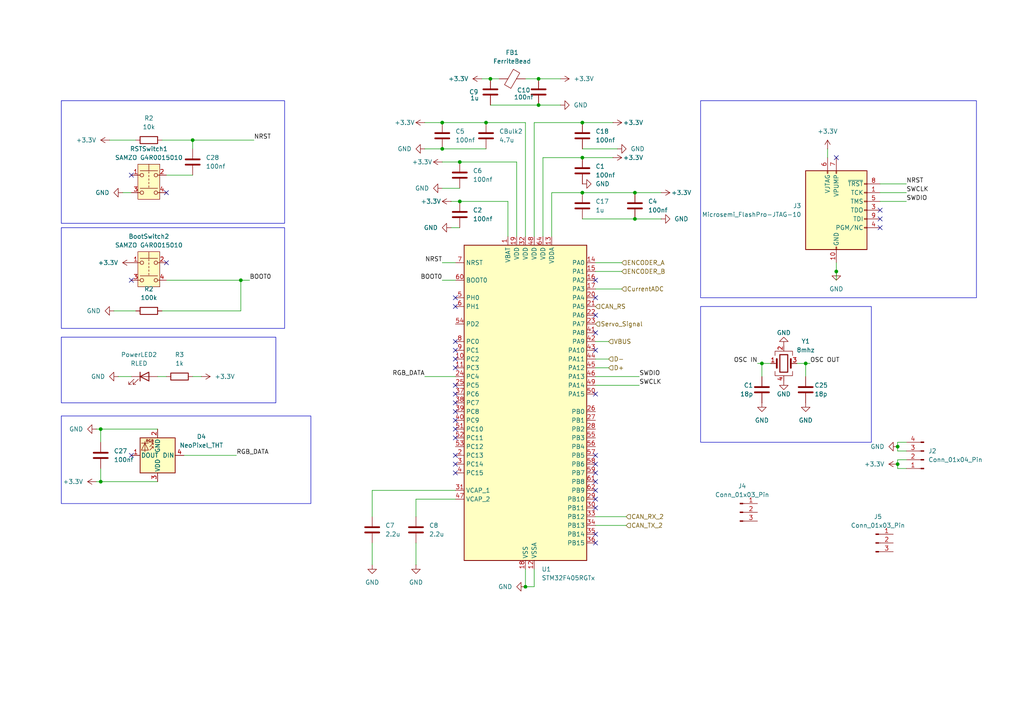
<source format=kicad_sch>
(kicad_sch (version 20250114) (generator "eeschema") (generator_version "9.0")
  (paper "A4")
  (lib_symbols
    (symbol "Connector:Conn_01x03_Pin" (pin_names (offset 1.016) (hide yes))
      (property "Reference" "J" (at 0 5.08 0))
      (property "Value" "Conn_01x03_Pin" (at 0 -5.08 0))
      (symbol "Conn_01x03_Pin_1_1"
        (rectangle (start 0.8636 2.667) (end 0 2.413) (stroke (width 0.1524)) (fill (type outline)))
        (rectangle (start 0.8636 0.127) (end 0 -0.127) (stroke (width 0.1524)) (fill (type outline)))
        (rectangle (start 0.8636 -2.413) (end 0 -2.667) (stroke (width 0.1524)) (fill (type outline)))
        (polyline (pts (xy 1.27 2.54) (xy 0.8636 2.54)) (stroke (width 0.1524)))
        (polyline (pts (xy 1.27 0) (xy 0.8636 0)) (stroke (width 0.1524)))
        (polyline (pts (xy 1.27 -2.54) (xy 0.8636 -2.54)) (stroke (width 0.1524)))
        (pin passive line (at 5.08 2.54 180) (length 3.81) (name "Pin_1") (number "1"))
        (pin passive line (at 5.08 0 180) (length 3.81) (name "Pin_2") (number "2"))
        (pin passive line (at 5.08 -2.54 180) (length 3.81) (name "Pin_3") (number "3"))
      )
    )
    (symbol "Connector:Conn_01x04_Pin" (pin_names (offset 1.016) (hide yes))
      (property "Reference" "J" (at 0 5.08 0))
      (property "Value" "Conn_01x04_Pin" (at 0 -7.62 0))
      (symbol "Conn_01x04_Pin_1_1"
        (rectangle (start 0.8636 2.667) (end 0 2.413) (stroke (width 0.1524)) (fill (type outline)))
        (rectangle (start 0.8636 0.127) (end 0 -0.127) (stroke (width 0.1524)) (fill (type outline)))
        (rectangle (start 0.8636 -2.413) (end 0 -2.667) (stroke (width 0.1524)) (fill (type outline)))
        (rectangle (start 0.8636 -4.953) (end 0 -5.207) (stroke (width 0.1524)) (fill (type outline)))
        (polyline (pts (xy 1.27 2.54) (xy 0.8636 2.54)) (stroke (width 0.1524)))
        (polyline (pts (xy 1.27 0) (xy 0.8636 0)) (stroke (width 0.1524)))
        (polyline (pts (xy 1.27 -2.54) (xy 0.8636 -2.54)) (stroke (width 0.1524)))
        (polyline (pts (xy 1.27 -5.08) (xy 0.8636 -5.08)) (stroke (width 0.1524)))
        (pin passive line (at 5.08 2.54 180) (length 3.81) (name "Pin_1") (number "1"))
        (pin passive line (at 5.08 0 180) (length 3.81) (name "Pin_2") (number "2"))
        (pin passive line (at 5.08 -2.54 180) (length 3.81) (name "Pin_3") (number "3"))
        (pin passive line (at 5.08 -5.08 180) (length 3.81) (name "Pin_4") (number "4"))
      )
    )
    (symbol "Connector:Microsemi_FlashPro-JTAG-10" (pin_names (offset 1.016))
      (property "Reference" "J" (at 4.445 12.7 0))
      (property "Value" "Microsemi_FlashPro-JTAG-10" (at 2.54 -12.7 0))
      (symbol "Microsemi_FlashPro-JTAG-10_0_1"
        (rectangle (start -2.667 11.43) (end -2.413 10.668))
        (rectangle (start -0.127 11.43) (end 0.127 10.668))
        (rectangle (start -0.127 -10.668) (end 0.127 -11.43))
        (rectangle (start 8.89 11.43) (end -8.89 -11.43) (stroke (width 0.254)) (fill (type background)))
        (rectangle (start 8.89 7.747) (end 8.128 7.493))
        (rectangle (start 8.89 5.207) (end 8.128 4.953))
        (rectangle (start 8.89 2.667) (end 8.128 2.413))
        (rectangle (start 8.89 0.127) (end 8.128 -0.127))
        (rectangle (start 8.89 -2.413) (end 8.128 -2.667))
        (rectangle (start 8.89 -4.953) (end 8.128 -5.207))
      )
      (symbol "Microsemi_FlashPro-JTAG-10_1_1"
        (pin power_in line (at -2.54 15.24 270) (length 3.81) (name "VJTAG") (number "6"))
        (pin power_out line (at 0 15.24 270) (length 3.81) (name "VPUMP") (number "7"))
        (pin power_in line (at 0 -15.24 90) (length 3.81) (name "GND") (number "10"))
        (pin passive line (at 0 -15.24 90) (length 3.81) (hide yes) (name "GND") (number "2"))
        (pin passive line (at 12.7 7.62 180) (length 3.81) (name "~{TRST}") (number "8"))
        (pin passive line (at 12.7 5.08 180) (length 3.81) (name "TCK") (number "1"))
        (pin passive line (at 12.7 2.54 180) (length 3.81) (name "TMS") (number "5"))
        (pin passive line (at 12.7 0 180) (length 3.81) (name "TDO") (number "3"))
        (pin passive line (at 12.7 -2.54 180) (length 3.81) (name "TDI") (number "9"))
        (pin passive line (at 12.7 -5.08 180) (length 3.81) (name "PGM/NC") (number "4"))
      )
    )
    (symbol "Device:C" (pin_numbers (hide yes)) (pin_names (offset 0.254))
      (property "Reference" "C" (at 0.635 2.54 0))
      (property "Value" "C" (at 0.635 -2.54 0))
      (symbol "C_0_1"
        (polyline (pts (xy -2.032 0.762) (xy 2.032 0.762)) (stroke (width 0.508)))
        (polyline (pts (xy -2.032 -0.762) (xy 2.032 -0.762)) (stroke (width 0.508)))
      )
      (symbol "C_1_1"
        (pin passive line (at 0 3.81 270) (length 2.794) (name "~") (number "1"))
        (pin passive line (at 0 -3.81 90) (length 2.794) (name "~") (number "2"))
      )
    )
    (symbol "Device:Crystal_GND24" (pin_names (offset 1.016) (hide yes))
      (property "Reference" "Y" (at 3.175 5.08 0))
      (property "Value" "Crystal_GND24" (at 3.175 3.175 0))
      (symbol "Crystal_GND24_0_1"
        (polyline (pts (xy -2.54 2.286) (xy -2.54 3.556) (xy 2.54 3.556) (xy 2.54 2.286)))
        (polyline (pts (xy -2.54 0) (xy -2.032 0)))
        (polyline (pts (xy -2.54 -2.286) (xy -2.54 -3.556) (xy 2.54 -3.556) (xy 2.54 -2.286)))
        (polyline (pts (xy -2.032 -1.27) (xy -2.032 1.27)) (stroke (width 0.508)))
        (rectangle (start -1.143 2.54) (end 1.143 -2.54) (stroke (width 0.3048)))
        (polyline (pts (xy 0 3.556) (xy 0 3.81)))
        (polyline (pts (xy 0 -3.81) (xy 0 -3.556)))
        (polyline (pts (xy 2.032 0) (xy 2.54 0)))
        (polyline (pts (xy 2.032 -1.27) (xy 2.032 1.27)) (stroke (width 0.508)))
      )
      (symbol "Crystal_GND24_1_1"
        (pin passive line (at -3.81 0 0) (length 1.27) (name "1") (number "1"))
        (pin passive line (at 0 5.08 270) (length 1.27) (name "2") (number "2"))
        (pin passive line (at 0 -5.08 90) (length 1.27) (name "4") (number "4"))
        (pin passive line (at 3.81 0 180) (length 1.27) (name "3") (number "3"))
      )
    )
    (symbol "Device:FerriteBead" (pin_numbers (hide yes)) (pin_names (offset 0))
      (property "Reference" "FB" (at -3.81 0.635 90))
      (property "Value" "FerriteBead" (at 3.81 0 90))
      (symbol "FerriteBead_0_1"
        (polyline (pts (xy -2.7686 0.4064) (xy -1.7018 2.2606) (xy 2.7686 -0.3048) (xy 1.6764 -2.159) (xy -2.7686 0.4064)))
        (polyline (pts (xy 0 1.27) (xy 0 1.2954)))
        (polyline (pts (xy 0 -1.27) (xy 0 -1.2192)))
      )
      (symbol "FerriteBead_1_1"
        (pin passive line (at 0 3.81 270) (length 2.54) (name "~") (number "1"))
        (pin passive line (at 0 -3.81 90) (length 2.54) (name "~") (number "2"))
      )
    )
    (symbol "Device:LED" (pin_numbers (hide yes)) (pin_names (offset 1.016) (hide yes))
      (property "Reference" "D" (at 0 2.54 0))
      (property "Value" "LED" (at 0 -2.54 0))
      (symbol "LED_0_1"
        (polyline (pts (xy -3.048 -0.762) (xy -4.572 -2.286) (xy -3.81 -2.286) (xy -4.572 -2.286) (xy -4.572 -1.524)))
        (polyline (pts (xy -1.778 -0.762) (xy -3.302 -2.286) (xy -2.54 -2.286) (xy -3.302 -2.286) (xy -3.302 -1.524)))
        (polyline (pts (xy -1.27 0) (xy 1.27 0)))
        (polyline (pts (xy -1.27 -1.27) (xy -1.27 1.27)) (stroke (width 0.254)))
        (polyline (pts (xy 1.27 -1.27) (xy 1.27 1.27) (xy -1.27 0) (xy 1.27 -1.27)) (stroke (width 0.254)))
      )
      (symbol "LED_1_1"
        (pin passive line (at -3.81 0 0) (length 2.54) (name "K") (number "1"))
        (pin passive line (at 3.81 0 180) (length 2.54) (name "A") (number "2"))
      )
    )
    (symbol "Device:R" (pin_numbers (hide yes)) (pin_names (offset 0))
      (property "Reference" "R" (at 2.032 0 90))
      (property "Value" "R" (at 0 0 90))
      (symbol "R_0_1"
        (rectangle (start -1.016 -2.54) (end 1.016 2.54) (stroke (width 0.254)))
      )
      (symbol "R_1_1"
        (pin passive line (at 0 3.81 270) (length 1.27) (name "~") (number "1"))
        (pin passive line (at 0 -3.81 90) (length 1.27) (name "~") (number "2"))
      )
    )
    (symbol "LED:NeoPixel_THT" (pin_names (offset 0.254))
      (property "Reference" "D" (at 5.08 5.715 0))
      (property "Value" "NeoPixel_THT" (at 1.27 -5.715 0))
      (symbol "NeoPixel_THT_0_0"
        (text "RGB" (at 2.286 -4.191 0) (effects (font (size 0.762 0.762))))
      )
      (symbol "NeoPixel_THT_0_1"
        (polyline (pts (xy 1.27 -2.54) (xy 1.778 -2.54)))
        (polyline (pts (xy 1.27 -3.556) (xy 1.778 -3.556)))
        (polyline (pts (xy 2.286 -1.524) (xy 1.27 -2.54) (xy 1.27 -2.032)))
        (polyline (pts (xy 2.286 -2.54) (xy 1.27 -3.556) (xy 1.27 -3.048)))
        (polyline (pts (xy 3.683 -1.016) (xy 3.683 -3.556) (xy 3.683 -4.064)))
        (polyline (pts (xy 4.699 -1.524) (xy 2.667 -1.524) (xy 3.683 -3.556) (xy 4.699 -1.524)))
        (polyline (pts (xy 4.699 -3.556) (xy 2.667 -3.556)))
        (rectangle (start 5.08 5.08) (end -5.08 -5.08) (stroke (width 0.254)) (fill (type background)))
      )
      (symbol "NeoPixel_THT_1_1"
        (pin input line (at -7.62 0 0) (length 2.54) (name "DIN") (number "4"))
        (pin power_in line (at 0 7.62 270) (length 2.54) (name "VDD") (number "3"))
        (pin power_in line (at 0 -7.62 90) (length 2.54) (name "GND") (number "2"))
        (pin output line (at 7.62 0 180) (length 2.54) (name "DOUT") (number "1"))
      )
    )
    (symbol "MCU_ST_STM32F4:STM32F405RGTx"
      (property "Reference" "U" (at -17.78 46.99 0))
      (property "Value" "STM32F405RGTx" (at 10.16 46.99 0))
      (symbol "STM32F405RGTx_0_1"
        (rectangle (start -17.78 -45.72) (end 17.78 45.72) (stroke (width 0.254)) (fill (type background)))
      )
      (symbol "STM32F405RGTx_1_1"
        (pin input line (at -20.32 40.64 0) (length 2.54) (name "NRST") (number "7"))
        (pin input line (at -20.32 35.56 0) (length 2.54) (name "BOOT0") (number "60"))
        (pin bidirectional line (at -20.32 30.48 0) (length 2.54) (name "PH0") (number "5"))
        (pin bidirectional line (at -20.32 27.94 0) (length 2.54) (name "PH1") (number "6"))
        (pin bidirectional line (at -20.32 22.86 0) (length 2.54) (name "PD2") (number "54"))
        (pin bidirectional line (at -20.32 17.78 0) (length 2.54) (name "PC0") (number "8"))
        (pin bidirectional line (at -20.32 15.24 0) (length 2.54) (name "PC1") (number "9"))
        (pin bidirectional line (at -20.32 12.7 0) (length 2.54) (name "PC2") (number "10"))
        (pin bidirectional line (at -20.32 10.16 0) (length 2.54) (name "PC3") (number "11"))
        (pin bidirectional line (at -20.32 7.62 0) (length 2.54) (name "PC4") (number "24"))
        (pin bidirectional line (at -20.32 5.08 0) (length 2.54) (name "PC5") (number "25"))
        (pin bidirectional line (at -20.32 2.54 0) (length 2.54) (name "PC6") (number "37"))
        (pin bidirectional line (at -20.32 0 0) (length 2.54) (name "PC7") (number "38"))
        (pin bidirectional line (at -20.32 -2.54 0) (length 2.54) (name "PC8") (number "39"))
        (pin bidirectional line (at -20.32 -5.08 0) (length 2.54) (name "PC9") (number "40"))
        (pin bidirectional line (at -20.32 -7.62 0) (length 2.54) (name "PC10") (number "51"))
        (pin bidirectional line (at -20.32 -10.16 0) (length 2.54) (name "PC11") (number "52"))
        (pin bidirectional line (at -20.32 -12.7 0) (length 2.54) (name "PC12") (number "53"))
        (pin bidirectional line (at -20.32 -15.24 0) (length 2.54) (name "PC13") (number "2"))
        (pin bidirectional line (at -20.32 -17.78 0) (length 2.54) (name "PC14") (number "3"))
        (pin bidirectional line (at -20.32 -20.32 0) (length 2.54) (name "PC15") (number "4"))
        (pin power_out line (at -20.32 -25.4 0) (length 2.54) (name "VCAP_1") (number "31"))
        (pin power_out line (at -20.32 -27.94 0) (length 2.54) (name "VCAP_2") (number "47"))
        (pin power_in line (at -5.08 48.26 270) (length 2.54) (name "VBAT") (number "1"))
        (pin power_in line (at -2.54 48.26 270) (length 2.54) (name "VDD") (number "19"))
        (pin power_in line (at 0 48.26 270) (length 2.54) (name "VDD") (number "32"))
        (pin power_in line (at 0 -48.26 90) (length 2.54) (name "VSS") (number "18"))
        (pin passive line (at 0 -48.26 90) (length 2.54) (hide yes) (name "VSS") (number "63"))
        (pin power_in line (at 2.54 48.26 270) (length 2.54) (name "VDD") (number "48"))
        (pin power_in line (at 2.54 -48.26 90) (length 2.54) (name "VSSA") (number "12"))
        (pin power_in line (at 5.08 48.26 270) (length 2.54) (name "VDD") (number "64"))
        (pin power_in line (at 7.62 48.26 270) (length 2.54) (name "VDDA") (number "13"))
        (pin bidirectional line (at 20.32 40.64 180) (length 2.54) (name "PA0") (number "14"))
        (pin bidirectional line (at 20.32 38.1 180) (length 2.54) (name "PA1") (number "15"))
        (pin bidirectional line (at 20.32 35.56 180) (length 2.54) (name "PA2") (number "16"))
        (pin bidirectional line (at 20.32 33.02 180) (length 2.54) (name "PA3") (number "17"))
        (pin bidirectional line (at 20.32 30.48 180) (length 2.54) (name "PA4") (number "20"))
        (pin bidirectional line (at 20.32 27.94 180) (length 2.54) (name "PA5") (number "21"))
        (pin bidirectional line (at 20.32 25.4 180) (length 2.54) (name "PA6") (number "22"))
        (pin bidirectional line (at 20.32 22.86 180) (length 2.54) (name "PA7") (number "23"))
        (pin bidirectional line (at 20.32 20.32 180) (length 2.54) (name "PA8") (number "41"))
        (pin bidirectional line (at 20.32 17.78 180) (length 2.54) (name "PA9") (number "42"))
        (pin bidirectional line (at 20.32 15.24 180) (length 2.54) (name "PA10") (number "43"))
        (pin bidirectional line (at 20.32 12.7 180) (length 2.54) (name "PA11") (number "44"))
        (pin bidirectional line (at 20.32 10.16 180) (length 2.54) (name "PA12") (number "45"))
        (pin bidirectional line (at 20.32 7.62 180) (length 2.54) (name "PA13") (number "46"))
        (pin bidirectional line (at 20.32 5.08 180) (length 2.54) (name "PA14") (number "49"))
        (pin bidirectional line (at 20.32 2.54 180) (length 2.54) (name "PA15") (number "50"))
        (pin bidirectional line (at 20.32 -2.54 180) (length 2.54) (name "PB0") (number "26"))
        (pin bidirectional line (at 20.32 -5.08 180) (length 2.54) (name "PB1") (number "27"))
        (pin bidirectional line (at 20.32 -7.62 180) (length 2.54) (name "PB2") (number "28"))
        (pin bidirectional line (at 20.32 -10.16 180) (length 2.54) (name "PB3") (number "55"))
        (pin bidirectional line (at 20.32 -12.7 180) (length 2.54) (name "PB4") (number "56"))
        (pin bidirectional line (at 20.32 -15.24 180) (length 2.54) (name "PB5") (number "57"))
        (pin bidirectional line (at 20.32 -17.78 180) (length 2.54) (name "PB6") (number "58"))
        (pin bidirectional line (at 20.32 -20.32 180) (length 2.54) (name "PB7") (number "59"))
        (pin bidirectional line (at 20.32 -22.86 180) (length 2.54) (name "PB8") (number "61"))
        (pin bidirectional line (at 20.32 -25.4 180) (length 2.54) (name "PB9") (number "62"))
        (pin bidirectional line (at 20.32 -27.94 180) (length 2.54) (name "PB10") (number "29"))
        (pin bidirectional line (at 20.32 -30.48 180) (length 2.54) (name "PB11") (number "30"))
        (pin bidirectional line (at 20.32 -33.02 180) (length 2.54) (name "PB12") (number "33"))
        (pin bidirectional line (at 20.32 -35.56 180) (length 2.54) (name "PB13") (number "34"))
        (pin bidirectional line (at 20.32 -38.1 180) (length 2.54) (name "PB14") (number "35"))
        (pin bidirectional line (at 20.32 -40.64 180) (length 2.54) (name "PB15") (number "36"))
      )
    )
    (symbol "Switch:SW_Push_Dual" (pin_names (offset 1.016) (hide yes))
      (property "Reference" "SW" (at 0 7.62 0))
      (property "Value" "SW_Push_Dual" (at 0 -6.35 0))
      (symbol "SW_Push_Dual_0_1"
        (circle (center -2.032 2.54) (radius 0.508))
        (circle (center -2.032 -2.54) (radius 0.508))
        (polyline (pts (xy 0 3.81) (xy 0 5.588)))
        (polyline (pts (xy 0 3.048) (xy 0 3.556)))
        (polyline (pts (xy 0 2.032) (xy 0 2.54)))
        (polyline (pts (xy 0 1.016) (xy 0 1.524)))
        (polyline (pts (xy 0 0.508) (xy 0 0)))
        (polyline (pts (xy 0 -0.508) (xy 0 -1.016)))
        (circle (center 2.032 2.54) (radius 0.508))
        (circle (center 2.032 -2.54) (radius 0.508))
        (polyline (pts (xy 2.54 3.81) (xy -2.54 3.81)))
        (polyline (pts (xy 2.54 -1.27) (xy -2.54 -1.27)))
        (pin passive line (at -5.08 2.54 0) (length 2.54) (name "1") (number "1"))
        (pin passive line (at -5.08 -2.54 0) (length 2.54) (name "3") (number "3"))
        (pin passive line (at 5.08 2.54 180) (length 2.54) (name "2") (number "2"))
        (pin passive line (at 5.08 -2.54 180) (length 2.54) (name "4") (number "4"))
      )
      (symbol "SW_Push_Dual_1_1"
        (rectangle (start -3.175 5.715) (end 3.175 -4.445) (fill (type background)))
      )
    )
    (symbol "power:+3.3V" (power) (pin_numbers (hide yes)) (pin_names (offset 0) (hide yes))
      (property "Value" "+3.3V" (at 0 3.556 0))
      (symbol "+3.3V_0_1"
        (polyline (pts (xy -0.762 1.27) (xy 0 2.54)))
        (polyline (pts (xy 0 2.54) (xy 0.762 1.27)))
        (polyline (pts (xy 0 0) (xy 0 2.54)))
      )
      (symbol "+3.3V_1_1"
        (pin power_in line (at 0 0 90) (length 0) (name "~") (number "1"))
      )
    )
    (symbol "power:GND" (power) (pin_numbers (hide yes)) (pin_names (offset 0) (hide yes))
      (property "Value" "GND" (at 0 -3.81 0))
      (symbol "GND_0_1"
        (polyline (pts (xy 0 0) (xy 0 -1.27) (xy 1.27 -1.27) (xy 0 -2.54) (xy -1.27 -1.27) (xy 0 -1.27)))
      )
      (symbol "GND_1_1"
        (pin power_in line (at 0 0 270) (length 0) (name "~") (number "1"))
      )
    )
  )
  (rectangle (start 203.2 29.21) (end 283.21 86.36))
  (rectangle (start 17.78 66.04) (end 82.55 95.25))
  (rectangle (start 17.78 29.21) (end 82.55 64.77))
  (rectangle (start 203.2 88.9) (end 252.73 128.27))
  (rectangle (start 17.78 97.79) (end 80.01 116.84))
  (rectangle (start 17.78 120.65) (end 90.17 146.05))
  (junction (at 69.85 81.28))
  (junction (at 156.21 22.86))
  (junction (at 168.91 45.72))
  (junction (at 152.4 170.18))
  (junction (at 133.35 46.99))
  (junction (at 233.68 105.41))
  (junction (at 133.35 58.42))
  (junction (at 260.35 134.62))
  (junction (at 168.91 55.88))
  (junction (at 184.15 55.88))
  (junction (at 55.88 40.64))
  (junction (at 242.57 78.74))
  (junction (at 260.35 129.54))
  (junction (at 184.15 63.5))
  (junction (at 142.24 22.86))
  (junction (at 140.97 35.56))
  (junction (at 128.27 43.18))
  (junction (at 29.21 139.7))
  (junction (at 220.98 105.41))
  (junction (at 168.91 35.56))
  (junction (at 29.21 124.46))
  (junction (at 156.21 30.48))
  (junction (at 128.27 35.56))
  (no_connect (at 132.08 101.6))
  (no_connect (at 172.72 139.7))
  (no_connect (at 38.1 50.8))
  (no_connect (at 132.08 127))
  (no_connect (at 132.08 134.62))
  (no_connect (at 132.08 106.68))
  (no_connect (at 132.08 116.84))
  (no_connect (at 132.08 104.14))
  (no_connect (at 38.1 81.28))
  (no_connect (at 132.08 119.38))
  (no_connect (at 48.26 76.2))
  (no_connect (at 132.08 124.46))
  (no_connect (at 172.72 81.28))
  (no_connect (at 172.72 142.24))
  (no_connect (at 132.08 99.06))
  (no_connect (at 172.72 154.94))
  (no_connect (at 172.72 101.6))
  (no_connect (at 255.27 63.5))
  (no_connect (at 172.72 96.52))
  (no_connect (at 172.72 147.32))
  (no_connect (at 172.72 134.62))
  (no_connect (at 132.08 111.76))
  (no_connect (at 172.72 91.44))
  (no_connect (at 132.08 86.36))
  (no_connect (at 38.1 132.08))
  (no_connect (at 255.27 60.96))
  (no_connect (at 172.72 157.48))
  (no_connect (at 242.57 45.72))
  (no_connect (at 132.08 137.16))
  (no_connect (at 132.08 88.9))
  (no_connect (at 255.27 66.04))
  (no_connect (at 132.08 114.3))
  (no_connect (at 48.26 55.88))
  (no_connect (at 132.08 121.92))
  (no_connect (at 132.08 132.08))
  (no_connect (at 172.72 137.16))
  (no_connect (at 172.72 132.08))
  (no_connect (at 172.72 114.3))
  (no_connect (at 172.72 86.36))
  (no_connect (at 172.72 144.78))
  (wire (pts (xy 233.68 105.41) (xy 233.68 109.22)))
  (wire (pts (xy 177.8 35.56) (xy 168.91 35.56)))
  (wire (pts (xy 233.68 105.41) (xy 234.95 105.41)))
  (wire (pts (xy 185.42 109.22) (xy 172.72 109.22)))
  (wire (pts (xy 179.07 43.18) (xy 168.91 43.18)))
  (wire (pts (xy 128.27 35.56) (xy 140.97 35.56)))
  (wire (pts (xy 156.21 22.86) (xy 162.56 22.86)))
  (wire (pts (xy 128.27 81.28) (xy 132.08 81.28)))
  (wire (pts (xy 27.94 124.46) (xy 29.21 124.46)))
  (wire (pts (xy 260.35 134.62) (xy 260.35 135.89)))
  (wire (pts (xy 147.32 58.42) (xy 147.32 68.58)))
  (wire (pts (xy 27.94 139.7) (xy 29.21 139.7)))
  (wire (pts (xy 157.48 45.72) (xy 157.48 68.58)))
  (wire (pts (xy 177.8 45.72) (xy 168.91 45.72)))
  (wire (pts (xy 240.03 43.18) (xy 240.03 45.72)))
  (wire (pts (xy 69.85 81.28) (xy 72.39 81.28)))
  (wire (pts (xy 152.4 35.56) (xy 152.4 68.58)))
  (wire (pts (xy 160.02 55.88) (xy 160.02 68.58)))
  (wire (pts (xy 120.65 157.48) (xy 120.65 163.83)))
  (wire (pts (xy 29.21 124.46) (xy 29.21 128.27)))
  (wire (pts (xy 180.34 76.2) (xy 172.72 76.2)))
  (wire (pts (xy 152.4 170.18) (xy 154.94 170.18)))
  (wire (pts (xy 35.56 55.88) (xy 38.1 55.88)))
  (wire (pts (xy 149.86 46.99) (xy 149.86 68.58)))
  (wire (pts (xy 168.91 63.5) (xy 184.15 63.5)))
  (wire (pts (xy 128.27 43.18) (xy 140.97 43.18)))
  (wire (pts (xy 29.21 135.89) (xy 29.21 139.7)))
  (wire (pts (xy 128.27 76.2) (xy 132.08 76.2)))
  (wire (pts (xy 45.72 109.22) (xy 48.26 109.22)))
  (wire (pts (xy 123.19 43.18) (xy 128.27 43.18)))
  (wire (pts (xy 120.65 144.78) (xy 132.08 144.78)))
  (wire (pts (xy 130.81 58.42) (xy 133.35 58.42)))
  (wire (pts (xy 128.27 46.99) (xy 133.35 46.99)))
  (wire (pts (xy 157.48 45.72) (xy 168.91 45.72)))
  (wire (pts (xy 156.21 30.48) (xy 162.56 30.48)))
  (wire (pts (xy 120.65 149.86) (xy 120.65 144.78)))
  (wire (pts (xy 132.08 142.24) (xy 107.95 142.24)))
  (wire (pts (xy 185.42 111.76) (xy 172.72 111.76)))
  (wire (pts (xy 46.99 40.64) (xy 55.88 40.64)))
  (wire (pts (xy 154.94 35.56) (xy 154.94 68.58)))
  (wire (pts (xy 107.95 142.24) (xy 107.95 149.86)))
  (wire (pts (xy 172.72 106.68) (xy 176.53 106.68)))
  (wire (pts (xy 219.71 105.41) (xy 220.98 105.41)))
  (wire (pts (xy 133.35 46.99) (xy 149.86 46.99)))
  (wire (pts (xy 130.81 66.04) (xy 133.35 66.04)))
  (wire (pts (xy 172.72 149.86) (xy 181.61 149.86)))
  (wire (pts (xy 168.91 55.88) (xy 184.15 55.88)))
  (wire (pts (xy 220.98 105.41) (xy 220.98 109.22)))
  (wire (pts (xy 242.57 81.28) (xy 242.57 78.74)))
  (wire (pts (xy 172.72 104.14) (xy 176.53 104.14)))
  (wire (pts (xy 191.77 55.88) (xy 184.15 55.88)))
  (wire (pts (xy 140.97 35.56) (xy 152.4 35.56)))
  (wire (pts (xy 260.35 130.81) (xy 262.89 130.81)))
  (wire (pts (xy 29.21 124.46) (xy 45.72 124.46)))
  (wire (pts (xy 262.89 55.88) (xy 255.27 55.88)))
  (wire (pts (xy 180.34 83.82) (xy 172.72 83.82)))
  (wire (pts (xy 262.89 58.42) (xy 255.27 58.42)))
  (wire (pts (xy 191.77 63.5) (xy 184.15 63.5)))
  (wire (pts (xy 55.88 40.64) (xy 55.88 43.18)))
  (wire (pts (xy 142.24 30.48) (xy 156.21 30.48)))
  (wire (pts (xy 58.42 109.22) (xy 55.88 109.22)))
  (wire (pts (xy 107.95 157.48) (xy 107.95 163.83)))
  (wire (pts (xy 262.89 128.27) (xy 260.35 128.27)))
  (wire (pts (xy 160.02 55.88) (xy 168.91 55.88)))
  (wire (pts (xy 123.19 35.56) (xy 128.27 35.56)))
  (wire (pts (xy 152.4 22.86) (xy 156.21 22.86)))
  (wire (pts (xy 154.94 35.56) (xy 168.91 35.56)))
  (wire (pts (xy 172.72 152.4) (xy 181.61 152.4)))
  (wire (pts (xy 154.94 170.18) (xy 154.94 165.1)))
  (wire (pts (xy 55.88 40.64) (xy 73.66 40.64)))
  (wire (pts (xy 231.14 105.41) (xy 233.68 105.41)))
  (wire (pts (xy 34.29 109.22) (xy 38.1 109.22)))
  (wire (pts (xy 262.89 133.35) (xy 260.35 133.35)))
  (wire (pts (xy 29.21 139.7) (xy 45.72 139.7)))
  (wire (pts (xy 262.89 53.34) (xy 255.27 53.34)))
  (wire (pts (xy 180.34 78.74) (xy 172.72 78.74)))
  (wire (pts (xy 260.35 133.35) (xy 260.35 134.62)))
  (wire (pts (xy 152.4 165.1) (xy 152.4 170.18)))
  (wire (pts (xy 142.24 22.86) (xy 144.78 22.86)))
  (wire (pts (xy 260.35 128.27) (xy 260.35 129.54)))
  (wire (pts (xy 69.85 81.28) (xy 69.85 90.17)))
  (wire (pts (xy 53.34 132.08) (xy 68.58 132.08)))
  (wire (pts (xy 48.26 81.28) (xy 69.85 81.28)))
  (wire (pts (xy 220.98 105.41) (xy 223.52 105.41)))
  (wire (pts (xy 31.75 40.64) (xy 39.37 40.64)))
  (wire (pts (xy 242.57 76.2) (xy 242.57 78.74)))
  (wire (pts (xy 123.19 109.22) (xy 132.08 109.22)))
  (wire (pts (xy 48.26 50.8) (xy 55.88 50.8)))
  (wire (pts (xy 260.35 135.89) (xy 262.89 135.89)))
  (wire (pts (xy 33.02 90.17) (xy 39.37 90.17)))
  (wire (pts (xy 139.7 22.86) (xy 142.24 22.86)))
  (wire (pts (xy 133.35 58.42) (xy 147.32 58.42)))
  (wire (pts (xy 69.85 90.17) (xy 46.99 90.17)))
  (wire (pts (xy 260.35 129.54) (xy 260.35 130.81)))
  (wire (pts (xy 128.27 54.61) (xy 133.35 54.61)))
  (wire (pts (xy 176.53 99.06) (xy 172.72 99.06)))
  (label "NRST" (at 262.89 53.34 0))
  (label "SWDIO" (at 262.89 58.42 0))
  (label "OSC OUT" (at 234.95 105.41 0))
  (label "NRST" (at 73.66 40.64 0))
  (label "BOOT0" (at 72.39 81.28 0))
  (label "NRST" (at 128.27 76.2 180))
  (label "BOOT0" (at 128.27 81.28 180))
  (label "OSC IN" (at 219.71 105.41 180))
  (label "SWDIO" (at 185.42 109.22 0))
  (label "SWCLK" (at 185.42 111.76 0))
  (label "SWCLK" (at 262.89 55.88 0))
  (label "RGB_DATA" (at 123.19 109.22 180))
  (label "RGB_DATA" (at 68.58 132.08 0))
  (hierarchical_label "CAN_TX_2" (shape input) (at 181.61 152.4 0))
  (hierarchical_label "CurrentADC" (shape input) (at 180.34 83.82 0))
  (hierarchical_label "CAN_RS" (shape input) (at 172.72 88.9 0))
  (hierarchical_label "CAN_RX_2" (shape input) (at 181.61 149.86 0))
  (hierarchical_label "Servo_Signal" (shape input) (at 172.72 93.98 0))
  (hierarchical_label "ENCODER_B" (shape input) (at 180.34 78.74 0))
  (hierarchical_label "VBUS" (shape input) (at 176.53 99.06 0))
  (hierarchical_label "D-" (shape input) (at 176.53 104.14 0))
  (hierarchical_label "ENCODER_A" (shape input) (at 180.34 76.2 0))
  (hierarchical_label "D+" (shape input) (at 176.53 106.68 0))
  (symbol (lib_id "power:+3.3V") (at 191.77 55.88 270) (unit 1)
    (property "Reference" "#PWR0133" (effects (hide yes)))
    (property "Value" "+3.3V" (at 197.612 55.88 90))
    (property "Description" "Power symbol creates a global label with name \"+3.3V\"" (effects (hide yes)))
    (instances (project "CameraBoard" (path "" (reference "#PWR058") (unit 1))) (project "CAN-Interface-Board" (path "" (reference "#PWR0133") (unit 1))))
  )
  (symbol (lib_id "power:GND") (at 152.4 170.18 270) (unit 1)
    (property "Reference" "#PWR0103" (effects (hide yes)))
    (property "Value" "GND" (at 148.59 170.1799 90) (effects (justify right)))
    (property "Description" "Power symbol creates a global label with name \"GND\" , ground" (effects (hide yes)))
    (instances (project "cameraBoardSchematic" (path "" (reference "#PWR014") (unit 1))) (project "CAN-Interface-Board" (path "" (reference "#PWR0103") (unit 1))))
  )
  (symbol (lib_id "power:GND") (at 33.02 90.17 270) (unit 1)
    (property "Reference" "#PWR044" (effects (hide yes)))
    (property "Value" "GND" (at 29.21 90.1699 90) (effects (justify right)))
    (property "Description" "Power symbol creates a global label with name \"GND\" , ground" (effects (hide yes)))
  )
  (symbol (lib_id "power:+3.3V") (at 177.8 45.72 270) (unit 1)
    (property "Reference" "#PWR0129" (effects (hide yes)))
    (property "Value" "+3.3V" (at 183.642 45.72 90))
    (property "Description" "Power symbol creates a global label with name \"+3.3V\"" (effects (hide yes)))
    (instances (project "CameraBoard" (path "" (reference "#PWR060") (unit 1))) (project "CAN-Interface-Board" (path "" (reference "#PWR0129") (unit 1))))
  )
  (symbol (lib_id "power:GND") (at 128.27 54.61 270) (unit 1)
    (property "Reference" "#PWR0110" (effects (hide yes)))
    (property "Value" "GND" (at 124.46 54.6099 90) (effects (justify right)))
    (property "Description" "Power symbol creates a global label with name \"GND\" , ground" (effects (hide yes)))
    (instances (project "CameraBoard" (path "" (reference "#PWR055") (unit 1))) (project "CAN-Interface-Board" (path "" (reference "#PWR0110") (unit 1))))
  )
  (symbol (lib_id "Device:R") (at 43.18 90.17 90) (unit 1)
    (property "Reference" "R2" (at 43.18 83.82 90))
    (property "Value" "100k" (at 43.18 86.36 90))
    (property "Footprint" "Resistor_SMD:R_0805_2012Metric_Pad1.20x1.40mm_HandSolder" (effects (hide yes)))
    (property "Description" "Resistor" (effects (hide yes)))
    (property "LCSC Part" "C96346" (effects (hide yes)))
  )
  (symbol (lib_id "Switch:SW_Push_Dual") (at 43.18 53.34 0) (unit 1)
    (property "Reference" "RSTSwitch1" (at 43.18 43.18 0))
    (property "Value" "SAMZO G4R0015010" (at 43.18 45.72 0))
    (property "Footprint" "myFootprints:SAMZO G4R0015010" (effects (hide yes)))
    (property "Description" "Push button switch, generic, symbol, four pins" (effects (hide yes)))
    (property "LCSC Part" "C49393646" (effects (hide yes)))
  )
  (symbol (lib_id "Connector:Conn_01x03_Pin") (at 214.63 148.59 0) (unit 1)
    (property "Reference" "J4" (at 215.265 140.97 0))
    (property "Value" "Conn_01x03_Pin" (at 215.265 143.51 0))
    (property "Description" "Generic connector, single row, 01x03, script generated" (effects (hide yes)))
  )
  (symbol (lib_id "Connector:Conn_01x04_Pin") (at 267.97 133.35 180) (unit 1)
    (property "Reference" "J2" (at 269.24 130.8099 0) (effects (justify right)))
    (property "Value" "Conn_01x04_Pin" (at 269.24 133.3499 0) (effects (justify right)))
    (property "Footprint" "Connector_PinHeader_2.54mm:PinHeader_1x04_P2.54mm_Vertical" (effects (hide yes)))
    (property "Description" "Generic connector, single row, 01x04, script generated" (effects (hide yes)))
  )
  (symbol (lib_id "power:GND") (at 34.29 109.22 270) (unit 1)
    (property "Reference" "#PWR045" (effects (hide yes)))
    (property "Value" "GND" (at 30.48 109.2199 90) (effects (justify right)))
    (property "Description" "Power symbol creates a global label with name \"GND\" , ground" (effects (hide yes)))
  )
  (symbol (lib_id "Device:C") (at 29.21 132.08 0) (unit 1)
    (property "Reference" "C27" (at 33.02 130.8099 0) (effects (justify left)))
    (property "Value" "100nf" (at 33.02 133.3499 0) (effects (justify left)))
    (property "Footprint" "Capacitor_SMD:C_0805_2012Metric_Pad1.18x1.45mm_HandSolder" (effects (hide yes)))
    (property "Description" "Unpolarized capacitor" (effects (hide yes)))
    (property "LCSC Part" "C49678" (effects (hide yes)))
  )
  (symbol (lib_id "Device:LED") (at 41.91 109.22 0) (unit 1)
    (property "Reference" "PowerLED2" (at 40.3225 102.87 0))
    (property "Value" "RLED" (at 40.3225 105.41 0))
    (property "Footprint" "LED_SMD:LED_0603_1608Metric_Pad1.05x0.95mm_HandSolder" (effects (hide yes)))
    (property "Description" "Light emitting diode" (effects (hide yes)))
    (property "LCSC Part" "C965799" (effects (hide yes)))
  )
  (symbol (lib_id "power:+3.3V") (at 240.03 43.18 0) (unit 1)
    (property "Reference" "#PWR08" (effects (hide yes)))
    (property "Value" "+3.3V" (at 240.03 38.1 0))
    (property "Description" "Power symbol creates a global label with name \"+3.3V\"" (effects (hide yes)))
  )
  (symbol (lib_id "Device:C") (at 128.27 39.37 0) (unit 1)
    (property "Reference" "C11" (at 132.08 38.0999 0) (effects (justify left)))
    (property "Value" "100nf" (at 132.08 40.6399 0) (effects (justify left)))
    (property "Footprint" "Capacitor_SMD:C_0805_2012Metric_Pad1.18x1.45mm_HandSolder" (effects (hide yes)))
    (property "Description" "Unpolarized capacitor" (effects (hide yes)))
    (instances (project "cameraBoardSchematic" (path "" (reference "C5") (unit 1))) (project "CAN-Interface-Board" (path "" (reference "C11") (unit 1))))
  )
  (symbol (lib_id "power:+3.3V") (at 139.7 22.86 90) (unit 1)
    (property "Reference" "#PWR0104" (effects (hide yes)))
    (property "Value" "+3.3V" (at 135.89 22.8599 90) (effects (justify left)))
    (property "Description" "Power symbol creates a global label with name \"+3.3V\"" (effects (hide yes)))
    (instances (project "cameraBoardSchematic" (path "" (reference "#PWR08") (unit 1))) (project "CAN-Interface-Board" (path "" (reference "#PWR0104") (unit 1))))
  )
  (symbol (lib_id "Device:R") (at 52.07 109.22 90) (unit 1)
    (property "Reference" "R3" (at 52.07 102.87 90))
    (property "Value" "1k" (at 52.07 105.41 90))
    (property "Footprint" "Resistor_SMD:R_0805_2012Metric_Pad1.20x1.40mm_HandSolder" (effects (hide yes)))
    (property "Description" "Resistor" (effects (hide yes)))
    (property "LCSC Part" "C95781" (effects (hide yes)))
  )
  (symbol (lib_id "power:+3.3V") (at 58.42 109.22 270) (unit 1)
    (property "Reference" "#PWR048" (effects (hide yes)))
    (property "Value" "+3.3V" (at 62.23 109.2199 90) (effects (justify left)))
    (property "Description" "Power symbol creates a global label with name \"+3.3V\"" (effects (hide yes)))
  )
  (symbol (lib_id "power:GND") (at 107.95 163.83 0) (unit 1)
    (property "Reference" "#PWR0101" (effects (hide yes)))
    (property "Value" "GND" (at 107.95 168.91 0))
    (property "Description" "Power symbol creates a global label with name \"GND\" , ground" (effects (hide yes)))
    (instances (project "cameraBoardSchematic" (path "" (reference "#PWR012") (unit 1))) (project "CAN-Interface-Board" (path "" (reference "#PWR0101") (unit 1))))
  )
  (symbol (lib_id "Device:C") (at 168.91 59.69 0) (unit 1)
    (property "Reference" "C16" (at 172.72 58.4199 0) (effects (justify left)))
    (property "Value" "1u" (at 172.72 60.9599 0) (effects (justify left)))
    (property "Footprint" "Capacitor_SMD:C_0805_2012Metric_Pad1.18x1.45mm_HandSolder" (effects (hide yes)))
    (property "Description" "Unpolarized capacitor" (effects (hide yes)))
    (instances (project "CameraBoard" (path "" (reference "C17") (unit 1))) (project "CAN-Interface-Board" (path "" (reference "C16") (unit 1))))
  )
  (symbol (lib_id "Device:Crystal_GND24") (at 227.33 105.41 0) (unit 1)
    (property "Reference" "Y1" (at 233.68 98.9898 0))
    (property "Value" "8mhz" (at 233.68 101.5298 0))
    (property "Footprint" "Crystal:Crystal_SMD_3225-4Pin_3.2x2.5mm_HandSoldering" (effects (hide yes)))
    (property "Description" "Four pin crystal, GND on pins 2 and 4" (effects (hide yes)))
    (property "LCSC Part" "C19723344" (effects (hide yes)))
  )
  (symbol (lib_id "Connector:Microsemi_FlashPro-JTAG-10") (at 242.57 60.96 0) (unit 1)
    (property "Reference" "J3" (at 232.41 59.6899 0) (effects (justify right)))
    (property "Value" "Microsemi_FlashPro-JTAG-10" (at 232.41 62.2299 0) (effects (justify right)))
    (property "Footprint" "myFootprints:CONN_7024610XX_MOL" (effects (hide yes)))
    (property "Datasheet" "https://www.microsemi.com/document-portal/doc_view/129973-lpf-ac386-an" (effects (hide yes)))
    (property "Description" "ACTEL FLASH PRO 3/4, JTAG, IDC10 Pinheader Connector" (effects (hide yes)))
    (property "LCSC Part" "C585350" (effects (hide yes)))
  )
  (symbol (lib_id "Device:C") (at 133.35 62.23 0) (unit 1)
    (property "Reference" "C13" (at 137.16 60.9599 0) (effects (justify left)))
    (property "Value" "100nf" (at 137.16 63.4999 0) (effects (justify left)))
    (property "Footprint" "Capacitor_SMD:C_0805_2012Metric_Pad1.18x1.45mm_HandSolder" (effects (hide yes)))
    (property "Description" "Unpolarized capacitor" (effects (hide yes)))
    (instances (project "" (path "" (reference "C2") (unit 1))) (project "CAN-Interface-Board" (path "" (reference "C13") (unit 1))))
  )
  (symbol (lib_id "power:GND") (at 120.65 163.83 0) (unit 1)
    (property "Reference" "#PWR0102" (effects (hide yes)))
    (property "Value" "GND" (at 120.65 168.91 0))
    (property "Description" "Power symbol creates a global label with name \"GND\" , ground" (effects (hide yes)))
    (instances (project "cameraBoardSchematic" (path "" (reference "#PWR013") (unit 1))) (project "CAN-Interface-Board" (path "" (reference "#PWR0102") (unit 1))))
  )
  (symbol (lib_id "power:GND") (at 35.56 55.88 270) (unit 1)
    (property "Reference" "#PWR046" (effects (hide yes)))
    (property "Value" "GND" (at 31.75 55.8799 90) (effects (justify right)))
    (property "Description" "Power symbol creates a global label with name \"GND\" , ground" (effects (hide yes)))
  )
  (symbol (lib_id "power:GND") (at 168.91 53.34 90) (unit 1)
    (property "Reference" "#PWR0132" (effects (hide yes)))
    (property "Value" "GND" (at 172.72 53.3399 90) (effects (justify right)))
    (property "Description" "Power symbol creates a global label with name \"GND\" , ground" (effects (hide yes)))
    (instances (project "CameraBoard" (path "" (reference "#PWR061") (unit 1))) (project "CAN-Interface-Board" (path "" (reference "#PWR0132") (unit 1))))
  )
  (symbol (lib_id "power:+3.3V") (at 38.1 76.2 90) (unit 1)
    (property "Reference" "#PWR047" (effects (hide yes)))
    (property "Value" "+3.3V" (at 34.29 76.1999 90) (effects (justify left)))
    (property "Description" "Power symbol creates a global label with name \"+3.3V\"" (effects (hide yes)))
  )
  (symbol (lib_id "Device:C") (at 220.98 113.03 0) (mirror y) (unit 1)
    (property "Reference" "C1" (at 218.44 111.76 0) (effects (justify left)))
    (property "Value" "18p" (at 218.44 114.3 0) (effects (justify left)))
    (property "Footprint" "Capacitor_SMD:C_0805_2012Metric_Pad1.18x1.45mm_HandSolder" (effects (hide yes)))
    (property "Description" "Unpolarized capacitor" (effects (hide yes)))
    (property "LCSC Part" "C170109" (effects (hide yes)))
  )
  (symbol (lib_id "Device:R") (at 43.18 40.64 90) (unit 1)
    (property "Reference" "R2" (at 43.18 34.29 90))
    (property "Value" "10k" (at 43.18 36.83 90))
    (property "Footprint" "Resistor_SMD:R_0805_2012Metric_Pad1.20x1.40mm_HandSolder" (effects (hide yes)))
    (property "Description" "Resistor" (effects (hide yes)))
    (property "LCSC Part" "C84376" (effects (hide yes)))
  )
  (symbol (lib_id "power:GND") (at 227.33 100.33 0) (mirror x) (unit 1)
    (property "Reference" "#PWR010" (effects (hide yes)))
    (property "Value" "GND" (at 227.33 96.52 0))
    (property "Description" "Power symbol creates a global label with name \"GND\" , ground" (effects (hide yes)))
  )
  (symbol (lib_id "power:+3.3V") (at 128.27 46.99 90) (unit 1)
    (property "Reference" "#PWR0128" (effects (hide yes)))
    (property "Value" "+3.3V" (at 122.428 46.99 90))
    (property "Description" "Power symbol creates a global label with name \"+3.3V\"" (effects (hide yes)))
    (instances (project "CameraBoard" (path "" (reference "#PWR054") (unit 1))) (project "CAN-Interface-Board" (path "" (reference "#PWR0128") (unit 1))))
  )
  (symbol (lib_id "power:+3.3V") (at 123.19 35.56 90) (unit 1)
    (property "Reference" "#PWR0112" (effects (hide yes)))
    (property "Value" "+3.3V" (at 117.348 35.56 90))
    (property "Description" "Power symbol creates a global label with name \"+3.3V\"" (effects (hide yes)))
    (instances (project "CameraBoard" (path "" (reference "#PWR057") (unit 1))) (project "CAN-Interface-Board" (path "" (reference "#PWR0112") (unit 1))))
  )
  (symbol (lib_id "Connector:Conn_01x03_Pin") (at 254 157.48 0) (unit 1)
    (property "Reference" "J5" (at 254.635 149.86 0))
    (property "Value" "Conn_01x03_Pin" (at 254.635 152.4 0))
    (property "Description" "Generic connector, single row, 01x03, script generated" (effects (hide yes)))
  )
  (symbol (lib_id "Device:C") (at 140.97 39.37 0) (unit 1)
    (property "Reference" "CBulk1" (at 144.78 38.0999 0) (effects (justify left)))
    (property "Value" "4.7u" (at 144.78 40.6399 0) (effects (justify left)))
    (property "Footprint" "Capacitor_SMD:C_0805_2012Metric_Pad1.18x1.45mm_HandSolder" (effects (hide yes)))
    (property "Description" "Unpolarized capacitor" (effects (hide yes)))
    (instances (project "cameraBoardSchematic" (path "" (reference "CBulk2") (unit 1))) (project "CAN-Interface-Board" (path "" (reference "CBulk1") (unit 1))))
  )
  (symbol (lib_id "power:+3.3V") (at 177.8 35.56 270) (unit 1)
    (property "Reference" "#PWR0130" (effects (hide yes)))
    (property "Value" "+3.3V" (at 183.642 35.56 90))
    (property "Description" "Power symbol creates a global label with name \"+3.3V\"" (effects (hide yes)))
    (instances (project "CameraBoard" (path "" (reference "#PWR062") (unit 1))) (project "CAN-Interface-Board" (path "" (reference "#PWR0130") (unit 1))))
  )
  (symbol (lib_id "power:GND") (at 130.81 66.04 270) (unit 1)
    (property "Reference" "#PWR0109" (effects (hide yes)))
    (property "Value" "GND" (at 127 66.0399 90) (effects (justify right)))
    (property "Description" "Power symbol creates a global label with name \"GND\" , ground" (effects (hide yes)))
    (instances (project "" (path "" (reference "#PWR053") (unit 1))) (project "CAN-Interface-Board" (path "" (reference "#PWR0109") (unit 1))))
  )
  (symbol (lib_id "Device:FerriteBead") (at 148.59 22.86 90) (unit 1)
    (property "Reference" "FB1" (at 148.5392 15.24 90))
    (property "Value" "FerriteBead" (at 148.5392 17.78 90))
    (property "Footprint" "Resistor_SMD:R_0805_2012Metric_Pad1.20x1.40mm_HandSolder" (effects (hide yes)))
    (property "Description" "Ferrite bead" (effects (hide yes)))
  )
  (symbol (lib_id "Device:C") (at 55.88 46.99 0) (unit 1)
    (property "Reference" "C28" (at 59.69 45.7199 0) (effects (justify left)))
    (property "Value" "100nf" (at 59.69 48.2599 0) (effects (justify left)))
    (property "Footprint" "Capacitor_SMD:C_0805_2012Metric_Pad1.18x1.45mm_HandSolder" (effects (hide yes)))
    (property "Description" "Unpolarized capacitor" (effects (hide yes)))
    (property "LCSC Part" "C49678" (effects (hide yes)))
  )
  (symbol (lib_id "power:GND") (at 179.07 43.18 90) (unit 1)
    (property "Reference" "#PWR0131" (effects (hide yes)))
    (property "Value" "GND" (at 182.88 43.1799 90) (effects (justify right)))
    (property "Description" "Power symbol creates a global label with name \"GND\" , ground" (effects (hide yes)))
    (instances (project "CameraBoard" (path "" (reference "#PWR063") (unit 1))) (project "CAN-Interface-Board" (path "" (reference "#PWR0131") (unit 1))))
  )
  (symbol (lib_id "Device:C") (at 168.91 49.53 0) (unit 1)
    (property "Reference" "C15" (at 172.72 48.2599 0) (effects (justify left)))
    (property "Value" "100nf" (at 172.72 50.7999 0) (effects (justify left)))
    (property "Footprint" "Capacitor_SMD:C_0805_2012Metric_Pad1.18x1.45mm_HandSolder" (effects (hide yes)))
    (property "Description" "Unpolarized capacitor" (effects (hide yes)))
    (instances (project "cameraBoardSchematic" (path "" (reference "C1") (unit 1))) (project "CAN-Interface-Board" (path "" (reference "C15") (unit 1))))
  )
  (symbol (lib_id "power:GND") (at 162.56 30.48 90) (unit 1)
    (property "Reference" "#PWR0127" (effects (hide yes)))
    (property "Value" "GND" (at 166.37 30.4799 90) (effects (justify right)))
    (property "Description" "Power symbol creates a global label with name \"GND\" , ground" (effects (hide yes)))
    (instances (project "cameraBoardSchematic" (path "" (reference "#PWR04") (unit 1))) (project "CAN-Interface-Board" (path "" (reference "#PWR0127") (unit 1))))
  )
  (symbol (lib_id "power:GND") (at 123.19 43.18 270) (unit 1)
    (property "Reference" "#PWR0126" (effects (hide yes)))
    (property "Value" "GND" (at 119.38 43.1799 90) (effects (justify right)))
    (property "Description" "Power symbol creates a global label with name \"GND\" , ground" (effects (hide yes)))
    (instances (project "" (path "" (reference "#PWR01") (unit 1))) (project "CAN-Interface-Board" (path "" (reference "#PWR0126") (unit 1))))
  )
  (symbol (lib_id "Device:C") (at 156.21 26.67 180) (unit 1)
    (property "Reference" "C8" (at 151.892 26.162 0))
    (property "Value" "100nf" (at 151.892 28.194 0))
    (property "Footprint" "Capacitor_SMD:C_0805_2012Metric_Pad1.18x1.45mm_HandSolder" (effects (hide yes)))
    (property "Description" "Unpolarized capacitor" (effects (hide yes)))
    (instances (project "cameraBoardSchematic" (path "" (reference "C10") (unit 1))) (project "CAN-Interface-Board" (path "" (reference "C8") (unit 1))))
  )
  (symbol (lib_id "power:GND") (at 220.98 116.84 0) (mirror y) (unit 1)
    (property "Reference" "#PWR09" (effects (hide yes)))
    (property "Value" "GND" (at 220.98 121.92 0))
    (property "Description" "Power symbol creates a global label with name \"GND\" , ground" (effects (hide yes)))
  )
  (symbol (lib_id "Device:C") (at 107.95 153.67 0) (unit 1)
    (property "Reference" "C9" (at 111.76 152.3999 0) (effects (justify left)))
    (property "Value" "2.2u" (at 111.76 154.9399 0) (effects (justify left)))
    (property "Footprint" "Capacitor_SMD:C_0805_2012Metric_Pad1.18x1.45mm_HandSolder" (effects (hide yes)))
    (property "Description" "Unpolarized capacitor" (effects (hide yes)))
    (instances (project "cameraBoardSchematic" (path "" (reference "C7") (unit 1))) (project "CAN-Interface-Board" (path "" (reference "C9") (unit 1))))
  )
  (symbol (lib_id "Device:C") (at 133.35 50.8 0) (unit 1)
    (property "Reference" "C12" (at 137.16 49.5299 0) (effects (justify left)))
    (property "Value" "100nf" (at 137.16 52.0699 0) (effects (justify left)))
    (property "Footprint" "Capacitor_SMD:C_0805_2012Metric_Pad1.18x1.45mm_HandSolder" (effects (hide yes)))
    (property "Description" "Unpolarized capacitor" (effects (hide yes)))
    (instances (project "cameraBoardSchematic" (path "" (reference "C6") (unit 1))) (project "CAN-Interface-Board" (path "" (reference "C12") (unit 1))))
  )
  (symbol (lib_id "power:GND") (at 233.68 116.84 0) (mirror y) (unit 1)
    (property "Reference" "#PWR040" (effects (hide yes)))
    (property "Value" "GND" (at 233.68 121.92 0))
    (property "Description" "Power symbol creates a global label with name \"GND\" , ground" (effects (hide yes)))
  )
  (symbol (lib_id "Device:C") (at 233.68 113.03 0) (unit 1)
    (property "Reference" "C25" (at 236.22 111.76 0) (effects (justify left)))
    (property "Value" "18p" (at 236.22 114.3 0) (effects (justify left)))
    (property "Footprint" "Capacitor_SMD:C_0805_2012Metric_Pad1.18x1.45mm_HandSolder" (effects (hide yes)))
    (property "Description" "Unpolarized capacitor" (effects (hide yes)))
    (property "LCSC Part" "C170109" (effects (hide yes)))
  )
  (symbol (lib_id "power:+3.3V") (at 130.81 58.42 90) (unit 1)
    (property "Reference" "#PWR0111" (effects (hide yes)))
    (property "Value" "+3.3V" (at 124.968 58.42 90))
    (property "Description" "Power symbol creates a global label with name \"+3.3V\"" (effects (hide yes)))
    (instances (project "" (path "" (reference "#PWR05") (unit 1))) (project "CAN-Interface-Board" (path "" (reference "#PWR0111") (unit 1))))
  )
  (symbol (lib_id "Switch:SW_Push_Dual") (at 43.18 78.74 0) (unit 1)
    (property "Reference" "BootSwitch2" (at 43.18 68.58 0))
    (property "Value" "SAMZO G4R0015010" (at 43.18 71.12 0))
    (property "Footprint" "myFootprints:SAMZO G4R0015010" (effects (hide yes)))
    (property "Description" "Push button switch, generic, symbol, four pins" (effects (hide yes)))
    (property "LCSC Part" "C49393646" (effects (hide yes)))
  )
  (symbol (lib_id "power:GND") (at 191.77 63.5 90) (unit 1)
    (property "Reference" "#PWR0134" (effects (hide yes)))
    (property "Value" "GND" (at 195.58 63.4999 90) (effects (justify right)))
    (property "Description" "Power symbol creates a global label with name \"GND\" , ground" (effects (hide yes)))
    (instances (project "CameraBoard" (path "" (reference "#PWR059") (unit 1))) (project "CAN-Interface-Board" (path "" (reference "#PWR0134") (unit 1))))
  )
  (symbol (lib_id "power:+3.3V") (at 31.75 40.64 90) (unit 1)
    (property "Reference" "#PWR043" (effects (hide yes)))
    (property "Value" "+3.3V" (at 27.94 40.6399 90) (effects (justify left)))
    (property "Description" "Power symbol creates a global label with name \"+3.3V\"" (effects (hide yes)))
  )
  (symbol (lib_id "Device:C") (at 120.65 153.67 0) (unit 1)
    (property "Reference" "C10" (at 124.46 152.3999 0) (effects (justify left)))
    (property "Value" "2.2u" (at 124.46 154.9399 0) (effects (justify left)))
    (property "Footprint" "Capacitor_SMD:C_0805_2012Metric_Pad1.18x1.45mm_HandSolder" (effects (hide yes)))
    (property "Description" "Unpolarized capacitor" (effects (hide yes)))
    (instances (project "cameraBoardSchematic" (path "" (reference "C8") (unit 1))) (project "CAN-Interface-Board" (path "" (reference "C10") (unit 1))))
  )
  (symbol (lib_id "power:GND") (at 227.33 110.49 0) (mirror y) (unit 1)
    (property "Reference" "#PWR017" (effects (hide yes)))
    (property "Value" "GND" (at 227.33 114.3 0))
    (property "Description" "Power symbol creates a global label with name \"GND\" , ground" (effects (hide yes)))
  )
  (symbol (lib_id "Device:C") (at 184.15 59.69 0) (unit 1)
    (property "Reference" "C17" (at 187.96 58.4199 0) (effects (justify left)))
    (property "Value" "100nf" (at 187.96 60.9599 0) (effects (justify left)))
    (property "Footprint" "Capacitor_SMD:C_0805_2012Metric_Pad1.18x1.45mm_HandSolder" (effects (hide yes)))
    (property "Description" "Unpolarized capacitor" (effects (hide yes)))
    (instances (project "cameraBoardSchematic" (path "" (reference "C4") (unit 1))) (project "CAN-Interface-Board" (path "" (reference "C17") (unit 1))))
  )
  (symbol (lib_id "Device:C") (at 142.24 26.67 180) (unit 1)
    (property "Reference" "C7" (at 137.414 26.67 0))
    (property "Value" "1u" (at 137.668 28.448 0))
    (property "Footprint" "Capacitor_SMD:C_0805_2012Metric_Pad1.18x1.45mm_HandSolder" (effects (hide yes)))
    (property "Description" "Unpolarized capacitor" (effects (hide yes)))
    (instances (project "cameraBoardSchematic" (path "" (reference "C9") (unit 1))) (project "CAN-Interface-Board" (path "" (reference "C7") (unit 1))))
  )
  (symbol (lib_id "Device:C") (at 168.91 39.37 0) (unit 1)
    (property "Reference" "C14" (at 172.72 38.0999 0) (effects (justify left)))
    (property "Value" "100nf" (at 172.72 40.6399 0) (effects (justify left)))
    (property "Footprint" "Capacitor_SMD:C_0805_2012Metric_Pad1.18x1.45mm_HandSolder" (effects (hide yes)))
    (property "Description" "Unpolarized capacitor" (effects (hide yes)))
    (instances (project "CameraBoard" (path "" (reference "C18") (unit 1))) (project "CAN-Interface-Board" (path "" (reference "C14") (unit 1))))
  )
  (symbol (lib_id "MCU_ST_STM32F4:STM32F405RGTx") (at 152.4 116.84 0) (unit 1)
    (property "Reference" "U3" (at 157.0833 165.1 0) (effects (justify left)))
    (property "Value" "STM32F405RGTx" (at 157.0833 167.64 0) (effects (justify left)))
    (property "Footprint" "Package_QFP:LQFP-64_10x10mm_P0.5mm" (effects (hide yes)))
    (property "Datasheet" "https://www.st.com/resource/en/datasheet/stm32f405rg.pdf" (effects (hide yes)))
    (property "Description" "STMicroelectronics Arm Cortex-M4 MCU, 1024KB flash, 192KB RAM, 168 MHz, 1.8-3.6V, 51 GPIO, LQFP64" (effects (hide yes)))
    (instances (project "cameraBoardSchematic" (path "" (reference "U1") (unit 1))) (project "CAN-Interface-Board" (path "" (reference "U3") (unit 1))))
  )
  (symbol (lib_id "power:GND") (at 260.35 129.54 270) (unit 1)
    (property "Reference" "#PWR014" (effects (hide yes)))
    (property "Value" "GND" (at 256.54 129.5399 90) (effects (justify right)))
    (property "Description" "Power symbol creates a global label with name \"GND\" , ground" (effects (hide yes)))
  )
  (symbol (lib_id "power:GND") (at 27.94 124.46 270) (unit 1)
    (property "Reference" "#PWR041" (effects (hide yes)))
    (property "Value" "GND" (at 24.13 124.4599 90) (effects (justify right)))
    (property "Description" "Power symbol creates a global label with name \"GND\" , ground" (effects (hide yes)))
  )
  (symbol (lib_id "power:+3.3V") (at 27.94 139.7 90) (unit 1)
    (property "Reference" "#PWR042" (effects (hide yes)))
    (property "Value" "+3.3V" (at 24.13 139.6999 90) (effects (justify left)))
    (property "Description" "Power symbol creates a global label with name \"+3.3V\"" (effects (hide yes)))
  )
  (symbol (lib_id "power:GND") (at 242.57 78.74 0) (unit 1)
    (property "Reference" "#PWR016" (effects (hide yes)))
    (property "Value" "GND" (at 242.57 83.82 0))
    (property "Description" "Power symbol creates a global label with name \"GND\" , ground" (effects (hide yes)))
  )
  (symbol (lib_id "power:+3.3V") (at 260.35 134.62 90) (unit 1)
    (property "Reference" "#PWR019" (effects (hide yes)))
    (property "Value" "+3.3V" (at 256.54 134.6199 90) (effects (justify left)))
    (property "Description" "Power symbol creates a global label with name \"+3.3V\"" (effects (hide yes)))
  )
  (symbol (lib_id "power:+3.3V") (at 162.56 22.86 270) (unit 1)
    (property "Reference" "#PWR0125" (effects (hide yes)))
    (property "Value" "+3.3V" (at 166.37 22.8599 90) (effects (justify left)))
    (property "Description" "Power symbol creates a global label with name \"+3.3V\"" (effects (hide yes)))
    (instances (project "" (path "" (reference "#PWR02") (unit 1))) (project "CAN-Interface-Board" (path "" (reference "#PWR0125") (unit 1))))
  )
  (symbol (lib_id "LED:NeoPixel_THT") (at 45.72 132.08 180) (unit 1)
    (property "Reference" "D4" (at 58.42 126.6346 0))
    (property "Value" "NeoPixel_THT" (at 58.42 129.1746 0))
    (property "Footprint" "LED_SMD:LED_Kingbright_AAA3528ESGCT" (effects (hide yes)))
    (property "Datasheet" "https://www.adafruit.com/product/1938" (effects (hide yes)))
    (property "Description" "RGB LED with integrated controller, 5mm/8mm LED package" (effects (hide yes)))
    (property "LCSC Part" "C2827321" (effects (hide yes)))
  )
)
</source>
